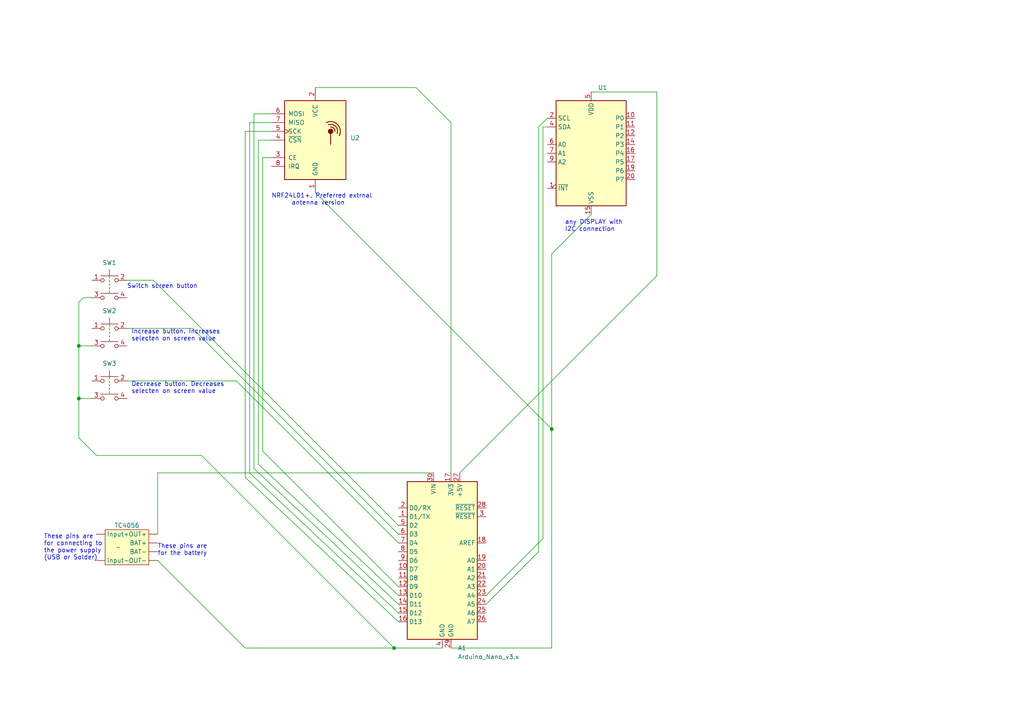
<source format=kicad_sch>
(kicad_sch (version 20230121) (generator eeschema)
  (paper "A4")
  (lib_symbols
    (symbol "Interface_Expansion:PCF8574TS"
      (property "Reference" "U" (at -8.89 16.51 0))
      (property "Value" "PCF8574TS" (at 3.81 16.51 0))
      (symbol "PCF8574TS_0_1"
        (rectangle (start -10.16 15.24) (end 10.16 -15.24) (stroke (width 0.254)) (fill (type background)))
      )
      (symbol "PCF8574TS_1_1"
        (pin open_collector output_low (at -12.7 -10.16 0) (length 2.54) (name "~{INT}") (number "1"))
        (pin bidirectional line (at 12.7 10.16 180) (length 2.54) (name "P0") (number "10"))
        (pin bidirectional line (at 12.7 7.62 180) (length 2.54) (name "P1") (number "11"))
        (pin bidirectional line (at 12.7 5.08 180) (length 2.54) (name "P2") (number "12"))
        (pin no_connect line (at -10.16 -5.08 0) (length 2.54) hide (name "NC") (number "13"))
        (pin bidirectional line (at 12.7 2.54 180) (length 2.54) (name "P3") (number "14"))
        (pin power_in line (at 0 -17.78 90) (length 2.54) (name "VSS") (number "15"))
        (pin bidirectional line (at 12.7 0 180) (length 2.54) (name "P4") (number "16"))
        (pin bidirectional line (at 12.7 -2.54 180) (length 2.54) (name "P5") (number "17"))
        (pin no_connect line (at -10.16 -7.62 0) (length 2.54) hide (name "NC") (number "18"))
        (pin bidirectional line (at 12.7 -5.08 180) (length 2.54) (name "P6") (number "19"))
        (pin input line (at -12.7 10.16 0) (length 2.54) (name "SCL") (number "2"))
        (pin bidirectional line (at 12.7 -7.62 180) (length 2.54) (name "P7") (number "20"))
        (pin no_connect line (at 10.16 -10.16 180) (length 2.54) hide (name "NC") (number "3"))
        (pin bidirectional line (at -12.7 7.62 0) (length 2.54) (name "SDA") (number "4"))
        (pin power_in line (at 0 17.78 270) (length 2.54) (name "VDD") (number "5"))
        (pin input line (at -12.7 2.54 0) (length 2.54) (name "A0") (number "6"))
        (pin input line (at -12.7 0 0) (length 2.54) (name "A1") (number "7"))
        (pin no_connect line (at 10.16 -12.7 180) (length 2.54) hide (name "NC") (number "8"))
        (pin input line (at -12.7 -2.54 0) (length 2.54) (name "A2") (number "9"))
      )
    )
    (symbol "MCU_Module:Arduino_Nano_v3.x"
      (property "Reference" "A" (at -10.16 23.495 0))
      (property "Value" "Arduino_Nano_v3.x" (at 5.08 -24.13 0))
      (symbol "Arduino_Nano_v3.x_0_1"
        (rectangle (start -10.16 22.86) (end 10.16 -22.86) (stroke (width 0.254)) (fill (type background)))
      )
      (symbol "Arduino_Nano_v3.x_1_1"
        (pin bidirectional line (at -12.7 12.7 0) (length 2.54) (name "D1/TX") (number "1"))
        (pin bidirectional line (at -12.7 -2.54 0) (length 2.54) (name "D7") (number "10"))
        (pin bidirectional line (at -12.7 -5.08 0) (length 2.54) (name "D8") (number "11"))
        (pin bidirectional line (at -12.7 -7.62 0) (length 2.54) (name "D9") (number "12"))
        (pin bidirectional line (at -12.7 -10.16 0) (length 2.54) (name "D10") (number "13"))
        (pin bidirectional line (at -12.7 -12.7 0) (length 2.54) (name "D11") (number "14"))
        (pin bidirectional line (at -12.7 -15.24 0) (length 2.54) (name "D12") (number "15"))
        (pin bidirectional line (at -12.7 -17.78 0) (length 2.54) (name "D13") (number "16"))
        (pin power_out line (at 2.54 25.4 270) (length 2.54) (name "3V3") (number "17"))
        (pin input line (at 12.7 5.08 180) (length 2.54) (name "AREF") (number "18"))
        (pin bidirectional line (at 12.7 0 180) (length 2.54) (name "A0") (number "19"))
        (pin bidirectional line (at -12.7 15.24 0) (length 2.54) (name "D0/RX") (number "2"))
        (pin bidirectional line (at 12.7 -2.54 180) (length 2.54) (name "A1") (number "20"))
        (pin bidirectional line (at 12.7 -5.08 180) (length 2.54) (name "A2") (number "21"))
        (pin bidirectional line (at 12.7 -7.62 180) (length 2.54) (name "A3") (number "22"))
        (pin bidirectional line (at 12.7 -10.16 180) (length 2.54) (name "A4") (number "23"))
        (pin bidirectional line (at 12.7 -12.7 180) (length 2.54) (name "A5") (number "24"))
        (pin bidirectional line (at 12.7 -15.24 180) (length 2.54) (name "A6") (number "25"))
        (pin bidirectional line (at 12.7 -17.78 180) (length 2.54) (name "A7") (number "26"))
        (pin power_out line (at 5.08 25.4 270) (length 2.54) (name "+5V") (number "27"))
        (pin input line (at 12.7 15.24 180) (length 2.54) (name "~{RESET}") (number "28"))
        (pin power_in line (at 2.54 -25.4 90) (length 2.54) (name "GND") (number "29"))
        (pin input line (at 12.7 12.7 180) (length 2.54) (name "~{RESET}") (number "3"))
        (pin power_in line (at -2.54 25.4 270) (length 2.54) (name "VIN") (number "30"))
        (pin power_in line (at 0 -25.4 90) (length 2.54) (name "GND") (number "4"))
        (pin bidirectional line (at -12.7 10.16 0) (length 2.54) (name "D2") (number "5"))
        (pin bidirectional line (at -12.7 7.62 0) (length 2.54) (name "D3") (number "6"))
        (pin bidirectional line (at -12.7 5.08 0) (length 2.54) (name "D4") (number "7"))
        (pin bidirectional line (at -12.7 2.54 0) (length 2.54) (name "D5") (number "8"))
        (pin bidirectional line (at -12.7 0 0) (length 2.54) (name "D6") (number "9"))
      )
    )
    (symbol "RF:NRF24L01_Breakout" (pin_names (offset 1.016))
      (property "Reference" "U" (at -8.89 12.7 0))
      (property "Value" "NRF24L01_Breakout" (at 3.81 12.7 0))
      (symbol "NRF24L01_Breakout_0_1"
        (rectangle (start -8.89 11.43) (end 8.89 -11.43) (stroke (width 0.254)) (fill (type background)))
        (polyline (pts (xy 4.445 1.905) (xy 4.445 -1.27)) (stroke (width 0.254)))
        (circle (center 4.445 2.54) (radius 0.635) (stroke (width 0.254)) (fill (type outline)))
        (arc (start 5.715 2.54) (mid 5.3521 3.4546) (end 4.445 3.81) (stroke (width 0.254)))
        (arc (start 6.35 1.905) (mid 5.8763 3.9854) (end 3.81 4.445) (stroke (width 0.254)))
        (arc (start 6.985 1.27) (mid 6.453 4.548) (end 3.175 5.08) (stroke (width 0.254)))
      )
      (symbol "NRF24L01_Breakout_1_1"
        (pin power_in line (at 0 -15.24 90) (length 3.81) (name "GND") (number "1"))
        (pin power_in line (at 0 15.24 270) (length 3.81) (name "VCC") (number "2"))
        (pin input line (at -12.7 -5.08 0) (length 3.81) (name "CE") (number "3"))
        (pin input line (at -12.7 0 0) (length 3.81) (name "~{CSN}") (number "4"))
        (pin input clock (at -12.7 2.54 0) (length 3.81) (name "SCK") (number "5"))
        (pin input line (at -12.7 7.62 0) (length 3.81) (name "MOSI") (number "6"))
        (pin output line (at -12.7 5.08 0) (length 3.81) (name "MISO") (number "7"))
        (pin output line (at -12.7 -7.62 0) (length 3.81) (name "IRQ") (number "8"))
      )
    )
    (symbol "Switch:SW_Push_Dual" (pin_names (offset 1.016) hide)
      (property "Reference" "SW" (at 1.27 2.54 0))
      (property "Value" "SW_Push_Dual" (at 0 -6.858 0))
      (symbol "SW_Push_Dual_0_1"
        (circle (center -2.032 -5.08) (radius 0.508))
        (circle (center -2.032 0) (radius 0.508))
        (polyline (pts (xy 0 -3.048) (xy 0 -3.556)))
        (polyline (pts (xy 0 -2.032) (xy 0 -2.54)))
        (polyline (pts (xy 0 -1.524) (xy 0 -1.016)))
        (polyline (pts (xy 0 -0.508) (xy 0 0)))
        (polyline (pts (xy 0 0.508) (xy 0 1.016)))
        (polyline (pts (xy 0 1.27) (xy 0 3.048)))
        (polyline (pts (xy 2.54 -3.81) (xy -2.54 -3.81)))
        (polyline (pts (xy 2.54 1.27) (xy -2.54 1.27)))
        (circle (center 2.032 -5.08) (radius 0.508))
        (circle (center 2.032 0) (radius 0.508))
        (pin passive line (at -5.08 0 0) (length 2.54) (name "1") (number "1"))
        (pin passive line (at 5.08 0 180) (length 2.54) (name "2") (number "2"))
        (pin passive line (at -5.08 -5.08 0) (length 2.54) (name "3") (number "3"))
        (pin passive line (at 5.08 -5.08 180) (length 2.54) (name "4") (number "4"))
      )
    )
    (symbol "from_internet:tc4056"
      (property "Reference" "TC4056" (at -1.27 0 0))
      (symbol "tc4056_1_1"
        (rectangle (start -5.08 5.08) (end 7.62 -5.08) (fill (type background)))
        (pin bidirectional line (at 10.16 1.27 180) (length 2.54) (name "BAT+") (number ""))
        (pin bidirectional line (at 10.16 -1.27 180) (length 2.54) (name "BAT-") (number ""))
        (pin output line (at 10.16 3.81 180) (length 2.54) (name "OUT+") (number ""))
        (pin output line (at 10.16 -3.81 180) (length 2.54) (name "OUT-") (number ""))
        (pin input line (at -7.62 3.81 0) (length 2.54) (name "input+") (number ""))
        (pin input line (at -7.62 -3.81 0) (length 2.54) (name "input-") (number ""))
      )
    )
  )
  (junction (at 22.86 115.57))
  (junction (at 160.02 124.46))
  (junction (at 22.86 100.33))
  (junction (at 114.3 187.96))
  (wire (pts (xy 76.2 130.81) (xy 115.57 170.18)))
  (wire (pts (xy 72.39 35.56) (xy 72.39 137.16)))
  (wire (pts (xy 157.48 36.83) (xy 158.75 36.83)))
  (wire (pts (xy 156.21 36.83) (xy 158.75 34.29)))
  (wire (pts (xy 45.72 137.16) (xy 125.73 137.16)))
  (wire (pts (xy 73.66 33.02) (xy 73.66 135.89)))
  (wire (pts (xy 171.45 26.67) (xy 190.5 26.67)))
  (wire (pts (xy 76.2 45.72) (xy 76.2 130.81)))
  (wire (pts (xy 22.86 127) (xy 27.94 132.08)))
  (wire (pts (xy 36.83 110.49) (xy 68.58 110.49)))
  (wire (pts (xy 22.86 115.57) (xy 26.67 115.57)))
  (wire (pts (xy 74.93 134.62) (xy 115.57 172.72)))
  (wire (pts (xy 140.97 175.26) (xy 156.21 160.02)))
  (wire (pts (xy 22.86 87.63) (xy 22.86 100.33)))
  (wire (pts (xy 114.3 187.96) (xy 128.27 187.96)))
  (wire (pts (xy 160.02 124.46) (xy 91.44 55.88)))
  (wire (pts (xy 55.88 95.25) (xy 115.57 154.94)))
  (wire (pts (xy 44.45 81.28) (xy 115.57 152.4)))
  (wire (pts (xy 72.39 35.56) (xy 78.74 35.56)))
  (wire (pts (xy 22.86 115.57) (xy 22.86 127)))
  (wire (pts (xy 76.2 45.72) (xy 78.74 45.72)))
  (wire (pts (xy 91.44 25.4) (xy 120.65 25.4)))
  (wire (pts (xy 36.83 81.28) (xy 44.45 81.28)))
  (wire (pts (xy 73.66 33.02) (xy 78.74 33.02)))
  (wire (pts (xy 45.72 137.16) (xy 45.72 154.94)))
  (wire (pts (xy 157.48 36.83) (xy 157.48 156.21)))
  (wire (pts (xy 22.86 100.33) (xy 22.86 115.57)))
  (wire (pts (xy 130.81 35.56) (xy 120.65 25.4)))
  (wire (pts (xy 156.21 160.02) (xy 156.21 36.83)))
  (wire (pts (xy 71.12 38.1) (xy 78.74 38.1)))
  (wire (pts (xy 130.81 137.16) (xy 130.81 35.56)))
  (wire (pts (xy 72.39 137.16) (xy 115.57 177.8)))
  (wire (pts (xy 27.94 132.08) (xy 58.42 132.08)))
  (wire (pts (xy 71.12 187.96) (xy 45.72 162.56)))
  (wire (pts (xy 58.42 132.08) (xy 114.3 187.96)))
  (wire (pts (xy 22.86 100.33) (xy 26.67 100.33)))
  (wire (pts (xy 36.83 95.25) (xy 55.88 95.25)))
  (wire (pts (xy 71.12 38.1) (xy 71.12 138.43)))
  (wire (pts (xy 73.66 135.89) (xy 115.57 175.26)))
  (wire (pts (xy 71.12 138.43) (xy 115.57 180.34)))
  (wire (pts (xy 160.02 73.66) (xy 171.45 62.23)))
  (wire (pts (xy 68.58 110.49) (xy 115.57 157.48)))
  (wire (pts (xy 71.12 187.96) (xy 114.3 187.96)))
  (wire (pts (xy 160.02 187.96) (xy 160.02 124.46)))
  (wire (pts (xy 26.67 86.36) (xy 24.13 86.36)))
  (wire (pts (xy 74.93 40.64) (xy 74.93 134.62)))
  (wire (pts (xy 157.48 156.21) (xy 140.97 172.72)))
  (wire (pts (xy 160.02 124.46) (xy 160.02 73.66)))
  (wire (pts (xy 190.5 80.01) (xy 133.35 137.16)))
  (wire (pts (xy 130.81 187.96) (xy 160.02 187.96)))
  (wire (pts (xy 190.5 26.67) (xy 190.5 80.01)))
  (wire (pts (xy 74.93 40.64) (xy 78.74 40.64)))
  (wire (pts (xy 24.13 86.36) (xy 22.86 87.63)))
  (text "These pins are\nfor connecting to\nthe power supply\n(USB or Solder)" (at 12.7 162.56 0) (effects (font (size 1.27 1.27)) (justify left bottom)))
  (text "NRF24L01+. Preferred extrnal\n      antenna version" (at 78.74 59.69 0) (effects (font (size 1.27 1.27)) (justify left bottom)))
  (text "Switch screen button" (at 36.83 83.82 0) (effects (font (size 1.27 1.27)) (justify left bottom)))
  (text "Decrease button. Decreases\nselecten on screen value" (at 38.1 114.3 0) (effects (font (size 1.27 1.27)) (justify left bottom)))
  (text "Increase button. Increases\nselecten on screen value" (at 38.1 99.06 0) (effects (font (size 1.27 1.27)) (justify left bottom)))
  (text "These pins are\nfor the battery" (at 45.72 161.29 0) (effects (font (size 1.27 1.27)) (justify left bottom)))
  (text "any DISPLAY with\nI2C connection" (at 163.83 67.31 0) (effects (font (size 1.27 1.27)) (justify left bottom)))
  (symbol (lib_id "Interface_Expansion:PCF8574TS") (at 171.45 44.45 0) (unit 1)
    (property "Reference" "U1" (at 173.4059 25.4 0) (effects (justify left)))
    (property "Value" "PCF8574TS" (effects hide))
    (property "Footprint" "Package_SO:SSOP-20_4.4x6.5mm_P0.65mm" (effects hide))
    (property "Datasheet" "http://www.nxp.com/documents/data_sheet/PCF8574_PCF8574A.pdf" (effects hide))
  )
  (symbol (lib_id "RF:NRF24L01_Breakout") (at 91.44 40.64 0) (unit 1)
    (property "Reference" "U2" (at 101.6 40.005 0) (effects (justify left)))
    (property "Value" "NRF24L01_Breakout" (effects hide))
    (property "Footprint" "RF_Module:nRF24L01_Breakout" (effects hide))
    (property "Datasheet" "http://www.nordicsemi.com/eng/content/download/2730/34105/file/nRF24L01_Product_Specification_v2_0.pdf" (effects hide))
  )
  (symbol (lib_id "Switch:SW_Push_Dual") (at 31.75 110.49 0) (unit 1)
    (property "Reference" "SW3" (at 31.75 105.41 0))
    (property "Value" "SW_Push_Dual" (effects hide))
  )
  (symbol (lib_id "Switch:SW_Push_Dual") (at 31.75 81.28 0) (unit 1)
    (property "Reference" "SW1" (at 31.75 76.2 0))
    (property "Value" "SW_Push_Dual" (effects hide))
  )
  (symbol (lib_id "MCU_Module:Arduino_Nano_v3.x") (at 128.27 162.56 0) (unit 1)
    (property "Reference" "A1" (at 132.7659 187.96 0) (effects (justify left)))
    (property "Value" "Arduino_Nano_v3.x" (at 132.7659 190.5 0) (effects (justify left)))
    (property "Footprint" "Module:Arduino_Nano" (effects hide))
    (property "Datasheet" "http://www.mouser.com/pdfdocs/Gravitech_Arduino_Nano3_0.pdf" (effects hide))
  )
  (symbol (lib_id "Switch:SW_Push_Dual") (at 31.75 95.25 0) (unit 1)
    (property "Reference" "SW2" (at 31.75 90.17 0))
    (property "Value" "SW_Push_Dual" (effects hide))
  )
  (symbol (lib_id "from_internet:tc4056") (at 35.56 158.75 0) (unit 1)
    (property "Reference" "TC4056" (at 36.83 152.4 0))
    (property "Value" "~" (at 34.29 158.75 0))
  )
)
</source>
